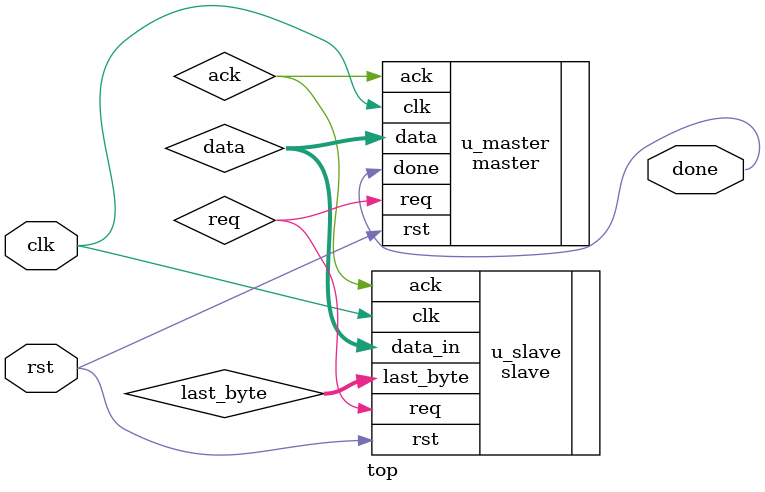
<source format=v>
`timescale 1ns / 1ps

module top (
    input  wire clk,
    input  wire rst,
    output wire done
);

    wire req, ack;
    wire [7:0] data;
    wire [7:0] last_byte;

    master u_master (
        .clk  (clk),
        .rst  (rst),
        .ack  (ack),
        .req  (req),
        .data (data),
        .done (done)
    );

    slave u_slave (
        .clk      (clk),
        .rst      (rst),
        .req      (req),
        .data_in  (data),
        .ack      (ack),
        .last_byte(last_byte)
    );

endmodule

</source>
